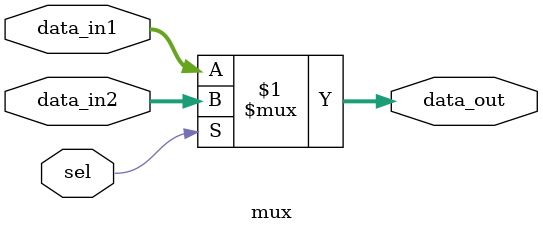
<source format=v>
module mux(output [15:0] data_out, input sel, input [15:0] data_in1, data_in2);
assign data_out = sel ? data_in2 : data_in1;
endmodule
</source>
